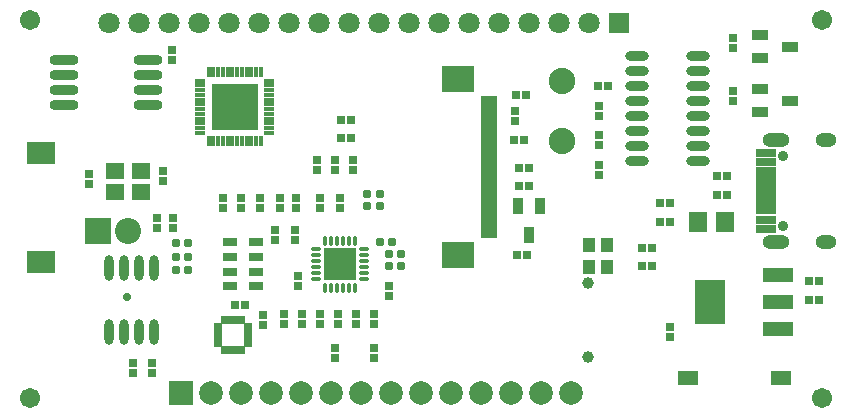
<source format=gts>
G04*
G04 #@! TF.GenerationSoftware,Altium Limited,Altium Designer,21.8.1 (53)*
G04*
G04 Layer_Color=8388736*
%FSLAX24Y24*%
%MOIN*%
G70*
G04*
G04 #@! TF.SameCoordinates,E0417417-2892-4B46-94DD-8EEE6E3CFD50*
G04*
G04*
G04 #@! TF.FilePolarity,Negative*
G04*
G01*
G75*
%ADD53O,0.0789X0.0316*%
G04:AMPARAMS|DCode=54|XSize=28mil|YSize=28mil|CornerRadius=9mil|HoleSize=0mil|Usage=FLASHONLY|Rotation=90.000|XOffset=0mil|YOffset=0mil|HoleType=Round|Shape=RoundedRectangle|*
%AMROUNDEDRECTD54*
21,1,0.0280,0.0100,0,0,90.0*
21,1,0.0100,0.0280,0,0,90.0*
1,1,0.0180,0.0050,0.0050*
1,1,0.0180,0.0050,-0.0050*
1,1,0.0180,-0.0050,-0.0050*
1,1,0.0180,-0.0050,0.0050*
%
%ADD54ROUNDEDRECTD54*%
%ADD55R,0.0296X0.0276*%
%ADD56R,0.0973X0.0753*%
%ADD57O,0.0304X0.0848*%
%ADD58R,0.0513X0.0316*%
%ADD59R,0.0276X0.0296*%
%ADD60R,0.0257X0.0198*%
%ADD61R,0.0198X0.0257*%
%ADD62R,0.1095X0.1095*%
%ADD63O,0.0316X0.0150*%
%ADD64O,0.0150X0.0316*%
%ADD65R,0.0631X0.0552*%
%ADD66R,0.1576X0.1576*%
%ADD67R,0.0342X0.0159*%
%ADD68R,0.0159X0.0342*%
G04:AMPARAMS|DCode=69|XSize=28mil|YSize=28mil|CornerRadius=9mil|HoleSize=0mil|Usage=FLASHONLY|Rotation=180.000|XOffset=0mil|YOffset=0mil|HoleType=Round|Shape=RoundedRectangle|*
%AMROUNDEDRECTD69*
21,1,0.0280,0.0100,0,0,180.0*
21,1,0.0100,0.0280,0,0,180.0*
1,1,0.0180,-0.0050,0.0050*
1,1,0.0180,0.0050,0.0050*
1,1,0.0180,0.0050,-0.0050*
1,1,0.0180,-0.0050,-0.0050*
%
%ADD69ROUNDEDRECTD69*%
%ADD70R,0.0446X0.0466*%
%ADD71R,0.1064X0.0867*%
%ADD72R,0.0572X0.0198*%
%ADD73R,0.0356X0.0572*%
%ADD74R,0.0671X0.0474*%
%ADD75R,0.1001X0.1497*%
%ADD76R,0.1001X0.0466*%
%ADD77R,0.0606X0.0654*%
%ADD78R,0.0572X0.0356*%
%ADD79R,0.0651X0.0316*%
%ADD80R,0.0651X0.0198*%
%ADD81O,0.0966X0.0328*%
%ADD82C,0.0789*%
%ADD83R,0.0789X0.0789*%
%ADD84C,0.0395*%
%ADD85R,0.0867X0.0867*%
%ADD86C,0.0867*%
%ADD87R,0.0710X0.0710*%
%ADD88C,0.0710*%
%ADD89C,0.0880*%
%ADD90C,0.0356*%
%ADD91O,0.0710X0.0474*%
%ADD92O,0.0907X0.0474*%
%ADD93C,0.0280*%
%ADD94C,0.0671*%
D53*
X22847Y8500D02*
D03*
X22847Y9000D02*
D03*
X22847Y9500D02*
D03*
Y10000D02*
D03*
X22847Y10500D02*
D03*
X22847Y11000D02*
D03*
X22847Y11500D02*
D03*
X22847Y12000D02*
D03*
X20800Y8500D02*
D03*
X20800Y9000D02*
D03*
X20800Y9500D02*
D03*
Y10000D02*
D03*
Y10500D02*
D03*
Y11000D02*
D03*
X20800Y11500D02*
D03*
X20800Y12000D02*
D03*
D54*
X5450Y5750D02*
D03*
X5850D02*
D03*
X5450Y4850D02*
D03*
X5850D02*
D03*
X5450Y5300D02*
D03*
X5850D02*
D03*
X12550Y5000D02*
D03*
X12950D02*
D03*
X12550Y5400D02*
D03*
X12950D02*
D03*
X12250Y5800D02*
D03*
X12650D02*
D03*
D55*
X9500Y4333D02*
D03*
Y4667D02*
D03*
X8750Y5865D02*
D03*
Y6200D02*
D03*
X4000Y1750D02*
D03*
Y1415D02*
D03*
X4650Y1750D02*
D03*
Y1415D02*
D03*
X8350Y3033D02*
D03*
Y3367D02*
D03*
X9050Y3400D02*
D03*
Y3065D02*
D03*
X9650Y3400D02*
D03*
Y3065D02*
D03*
X10250D02*
D03*
Y3400D02*
D03*
X12050Y2250D02*
D03*
Y1915D02*
D03*
X10750D02*
D03*
Y2250D02*
D03*
X10850Y3065D02*
D03*
Y3400D02*
D03*
X11450Y3065D02*
D03*
Y3400D02*
D03*
X12050Y3065D02*
D03*
Y3400D02*
D03*
X9400Y5865D02*
D03*
Y6200D02*
D03*
X4800Y6600D02*
D03*
Y6265D02*
D03*
X5350Y6600D02*
D03*
Y6265D02*
D03*
X2550Y8050D02*
D03*
Y7715D02*
D03*
X5000Y7815D02*
D03*
Y8150D02*
D03*
X5300Y12200D02*
D03*
Y11865D02*
D03*
X7000Y6915D02*
D03*
Y7250D02*
D03*
X7600Y6915D02*
D03*
Y7250D02*
D03*
X8250Y7250D02*
D03*
X8250Y6915D02*
D03*
X8900Y6915D02*
D03*
X8900Y7250D02*
D03*
X9450D02*
D03*
Y6915D02*
D03*
X10250D02*
D03*
Y7250D02*
D03*
X10900Y6915D02*
D03*
Y7250D02*
D03*
X12550Y4317D02*
D03*
Y3983D02*
D03*
X10150Y8183D02*
D03*
Y8517D02*
D03*
X10750Y8183D02*
D03*
Y8517D02*
D03*
X11350Y8183D02*
D03*
Y8517D02*
D03*
X16750Y10150D02*
D03*
Y9815D02*
D03*
X19550Y8367D02*
D03*
Y8033D02*
D03*
X19550Y9015D02*
D03*
Y9350D02*
D03*
Y10000D02*
D03*
Y10335D02*
D03*
X21900Y2950D02*
D03*
Y2615D02*
D03*
X24000Y12250D02*
D03*
Y12585D02*
D03*
X24000Y10817D02*
D03*
Y10483D02*
D03*
D56*
X950Y8773D02*
D03*
Y5127D02*
D03*
D57*
X4700Y4915D02*
D03*
X4200D02*
D03*
X3700D02*
D03*
X3200D02*
D03*
X4700Y2785D02*
D03*
X4200D02*
D03*
X3700D02*
D03*
X3200D02*
D03*
D58*
X8116Y5784D02*
D03*
Y5292D02*
D03*
Y4800D02*
D03*
Y4308D02*
D03*
X7250D02*
D03*
Y4800D02*
D03*
Y5292D02*
D03*
Y5784D02*
D03*
D59*
X7415Y3700D02*
D03*
X7750D02*
D03*
X10933Y9250D02*
D03*
X11267D02*
D03*
X11267Y9850D02*
D03*
X10933D02*
D03*
X20983Y5000D02*
D03*
X21317D02*
D03*
X20983Y5600D02*
D03*
X21317D02*
D03*
X16815Y5350D02*
D03*
X17150D02*
D03*
X16865Y7650D02*
D03*
X17200D02*
D03*
X16865Y8250D02*
D03*
X17200D02*
D03*
X16715Y9200D02*
D03*
X17050D02*
D03*
X17100Y10700D02*
D03*
X16765D02*
D03*
X19850Y11000D02*
D03*
X19515D02*
D03*
X26550Y3850D02*
D03*
X26885D02*
D03*
X26885Y4500D02*
D03*
X26550Y4500D02*
D03*
X21917Y7100D02*
D03*
X21583D02*
D03*
X21917Y6450D02*
D03*
X21583D02*
D03*
X23465Y7350D02*
D03*
X23800D02*
D03*
X23465Y8000D02*
D03*
X23800D02*
D03*
D60*
X6848Y2405D02*
D03*
Y2602D02*
D03*
Y2799D02*
D03*
X6848Y2996D02*
D03*
X7852D02*
D03*
X7852Y2799D02*
D03*
Y2602D02*
D03*
Y2405D02*
D03*
D61*
X7055Y3202D02*
D03*
X7252Y3202D02*
D03*
X7448D02*
D03*
X7645Y3202D02*
D03*
X7646Y2198D02*
D03*
X7449Y2198D02*
D03*
X7252D02*
D03*
X7055D02*
D03*
D62*
X10913Y5048D02*
D03*
D63*
X11700Y5541D02*
D03*
Y5344D02*
D03*
Y5147D02*
D03*
X11700Y4950D02*
D03*
Y4753D02*
D03*
Y4556D02*
D03*
X10125D02*
D03*
Y4753D02*
D03*
Y4950D02*
D03*
Y5147D02*
D03*
Y5344D02*
D03*
Y5541D02*
D03*
D64*
X11405Y4261D02*
D03*
X11208D02*
D03*
X11011D02*
D03*
X10814D02*
D03*
X10617D02*
D03*
X10420D02*
D03*
Y5836D02*
D03*
X10617D02*
D03*
X10814D02*
D03*
X11011Y5836D02*
D03*
X11208D02*
D03*
X11405D02*
D03*
D65*
X3417Y8145D02*
D03*
X4283Y8145D02*
D03*
X4283Y7456D02*
D03*
X3417D02*
D03*
D66*
X7400Y10300D02*
D03*
D67*
X8545Y9434D02*
D03*
X8545Y9591D02*
D03*
Y9749D02*
D03*
Y9906D02*
D03*
Y10064D02*
D03*
X8545Y10221D02*
D03*
X8545Y10379D02*
D03*
Y10536D02*
D03*
Y10694D02*
D03*
Y10851D02*
D03*
Y11009D02*
D03*
X8545Y11166D02*
D03*
X6255Y11166D02*
D03*
Y11009D02*
D03*
Y10851D02*
D03*
Y10694D02*
D03*
Y10536D02*
D03*
Y10379D02*
D03*
Y10221D02*
D03*
Y10064D02*
D03*
Y9906D02*
D03*
Y9749D02*
D03*
Y9591D02*
D03*
Y9434D02*
D03*
D68*
X8266Y11445D02*
D03*
X8109Y11445D02*
D03*
X7951D02*
D03*
X7794D02*
D03*
X7636D02*
D03*
X7479D02*
D03*
X7321Y11445D02*
D03*
X7164Y11445D02*
D03*
X7006D02*
D03*
X6849D02*
D03*
X6691D02*
D03*
X6534Y11445D02*
D03*
X6534Y9155D02*
D03*
X6691D02*
D03*
X6849D02*
D03*
X7006D02*
D03*
X7164D02*
D03*
X7321D02*
D03*
X7479D02*
D03*
X7636D02*
D03*
X7794D02*
D03*
X7951D02*
D03*
X8109D02*
D03*
X8266D02*
D03*
D69*
X11800Y7000D02*
D03*
Y7400D02*
D03*
X12250Y7400D02*
D03*
Y7000D02*
D03*
D70*
X19194Y4950D02*
D03*
X19800D02*
D03*
Y5700D02*
D03*
X19194D02*
D03*
D71*
X14850Y5350D02*
D03*
X14850Y11208D02*
D03*
D72*
X15864Y6015D02*
D03*
Y6212D02*
D03*
Y6409D02*
D03*
Y6606D02*
D03*
X15864Y6803D02*
D03*
Y7000D02*
D03*
Y7196D02*
D03*
Y7393D02*
D03*
Y7590D02*
D03*
Y7787D02*
D03*
Y7984D02*
D03*
Y8181D02*
D03*
Y8378D02*
D03*
Y8574D02*
D03*
Y8771D02*
D03*
Y8968D02*
D03*
Y9165D02*
D03*
Y9362D02*
D03*
Y9559D02*
D03*
Y9756D02*
D03*
Y9952D02*
D03*
Y10149D02*
D03*
Y10346D02*
D03*
Y10543D02*
D03*
D73*
X17200Y6008D02*
D03*
X16826Y6992D02*
D03*
X17574D02*
D03*
D74*
X25605Y1250D02*
D03*
X22495D02*
D03*
D75*
X23251Y3790D02*
D03*
D76*
X25510Y4696D02*
D03*
Y3790D02*
D03*
Y2885D02*
D03*
D77*
X22850Y6450D02*
D03*
X23750D02*
D03*
D78*
X24908Y12674D02*
D03*
X24908Y11926D02*
D03*
X25892Y12300D02*
D03*
X24908Y10874D02*
D03*
Y10126D02*
D03*
X25892Y10500D02*
D03*
D79*
X25097Y8768D02*
D03*
Y8465D02*
D03*
Y6535D02*
D03*
Y6230D02*
D03*
D80*
Y8189D02*
D03*
Y7992D02*
D03*
Y7795D02*
D03*
Y7598D02*
D03*
Y7402D02*
D03*
Y7205D02*
D03*
X25103Y7004D02*
D03*
X25097Y6811D02*
D03*
D81*
X1720Y11850D02*
D03*
Y11350D02*
D03*
Y10850D02*
D03*
Y10350D02*
D03*
X4500Y11850D02*
D03*
Y11350D02*
D03*
Y10850D02*
D03*
Y10350D02*
D03*
D82*
X18600Y750D02*
D03*
X17600D02*
D03*
X16600D02*
D03*
X15600D02*
D03*
X14600D02*
D03*
X13600D02*
D03*
X12600D02*
D03*
X11600D02*
D03*
X10600D02*
D03*
X9600D02*
D03*
X8600D02*
D03*
X7600D02*
D03*
X6600D02*
D03*
D83*
X5600D02*
D03*
D84*
X19172Y4410D02*
D03*
Y1969D02*
D03*
D85*
X2850Y6150D02*
D03*
D86*
X3850D02*
D03*
D87*
X20200Y13100D02*
D03*
D88*
X19200D02*
D03*
X18200D02*
D03*
X17200D02*
D03*
X16200D02*
D03*
X15200D02*
D03*
X14200D02*
D03*
X13200D02*
D03*
X12200D02*
D03*
X11200D02*
D03*
X10200D02*
D03*
X9200D02*
D03*
X8200D02*
D03*
X7200D02*
D03*
X6200D02*
D03*
X5200D02*
D03*
X4200D02*
D03*
X3200D02*
D03*
D89*
X18300Y9150D02*
D03*
Y11150D02*
D03*
D90*
X25666Y8673D02*
D03*
Y6327D02*
D03*
D91*
X27103Y9201D02*
D03*
Y5799D02*
D03*
D92*
X25457Y9201D02*
D03*
Y5799D02*
D03*
D93*
X3800Y3950D02*
D03*
D94*
X591Y591D02*
D03*
X26969Y13189D02*
D03*
Y591D02*
D03*
X591Y13189D02*
D03*
M02*

</source>
